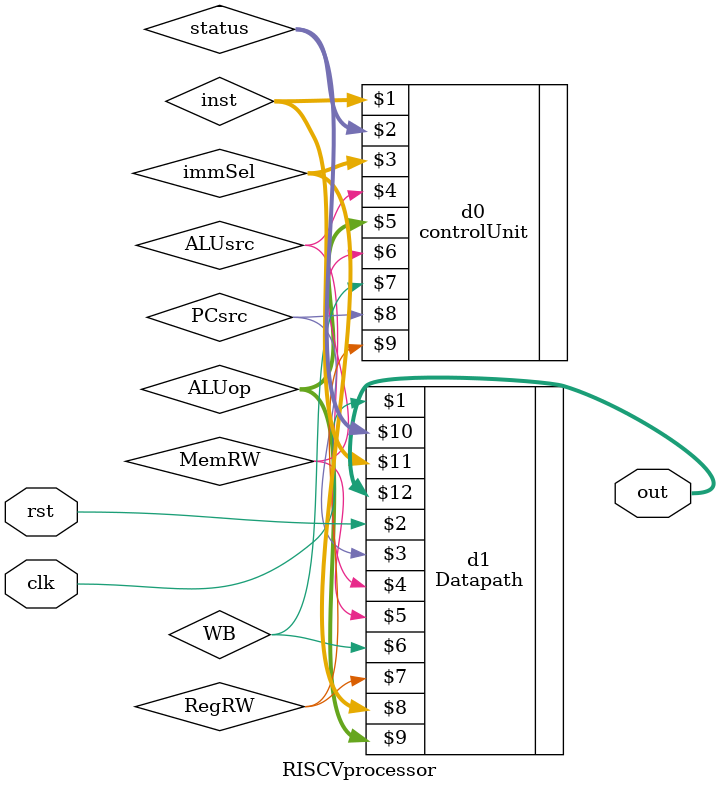
<source format=v>
module RISCVprocessor (clk, rst, out);

	input clk, rst;
	
	output [31:0] out;
	
	
	wire PCsrc, ALUsrc, MemRW, WB, RegRW;
	wire [1:0] immSel;
	wire [2:0] ALUop;
	wire [3:0] status;
	wire [31:0] inst;
	
	controlUnit d0 (inst, status, immSel, ALUsrc, ALUop, MemRW, WB, PCsrc, RegRW);
	
	Datapath d1 (clk, rst, PCsrc, ALUsrc, MemRW, WB, RegRW, immSel, ALUop, status, inst, out);

endmodule

</source>
